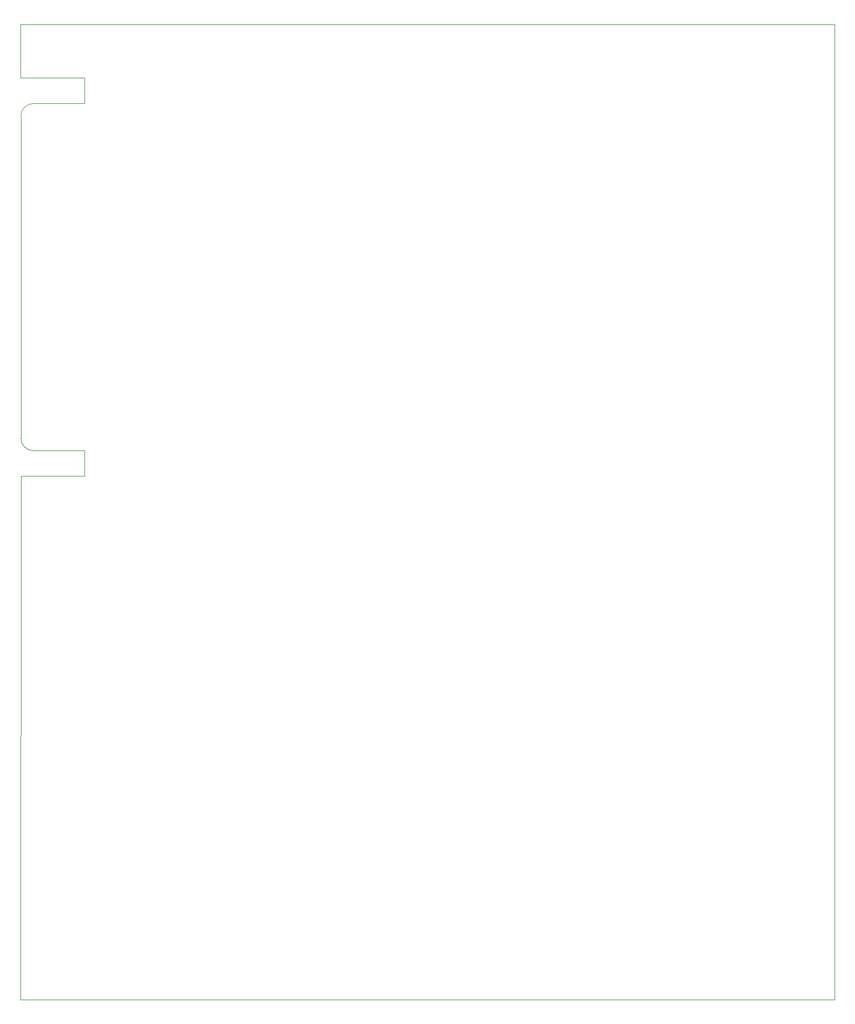
<source format=gbr>
%TF.GenerationSoftware,KiCad,Pcbnew,(5.1.9)-1*%
%TF.CreationDate,2021-07-02T17:33:52-07:00*%
%TF.ProjectId,MAD_P2,4d41445f-5032-42e6-9b69-6361645f7063,rev?*%
%TF.SameCoordinates,Original*%
%TF.FileFunction,Profile,NP*%
%FSLAX46Y46*%
G04 Gerber Fmt 4.6, Leading zero omitted, Abs format (unit mm)*
G04 Created by KiCad (PCBNEW (5.1.9)-1) date 2021-07-02 17:33:52*
%MOMM*%
%LPD*%
G01*
G04 APERTURE LIST*
%TA.AperFunction,Profile*%
%ADD10C,0.050000*%
%TD*%
%TA.AperFunction,Profile*%
%ADD11C,0.120000*%
%TD*%
G04 APERTURE END LIST*
D10*
X392455400Y-82778600D02*
X392430000Y-160867000D01*
X392430000Y-23342600D02*
X392455400Y-23342600D01*
X392430000Y-15367000D02*
X392430000Y-23342600D01*
X514000000Y-15367000D02*
X392430000Y-15367000D01*
X514000000Y-160867000D02*
X514000000Y-15367000D01*
X392430000Y-160867000D02*
X514000000Y-160867000D01*
D11*
%TO.C,J6*%
X401980000Y-23342600D02*
X392455000Y-23342600D01*
X401980000Y-27152600D02*
X401980000Y-23342600D01*
X394360000Y-27152600D02*
X401980000Y-27152600D01*
X392455000Y-29057600D02*
X392455000Y-77063600D01*
X401980000Y-78968600D02*
X401980000Y-82778600D01*
X401980000Y-82778600D02*
X392455000Y-82778600D01*
X394360000Y-78968600D02*
X401980000Y-78968600D01*
X392455000Y-29057600D02*
G75*
G02*
X394360000Y-27152600I1905000J0D01*
G01*
X392455000Y-77063600D02*
G75*
G03*
X394360000Y-78968600I1905000J0D01*
G01*
%TD*%
M02*

</source>
